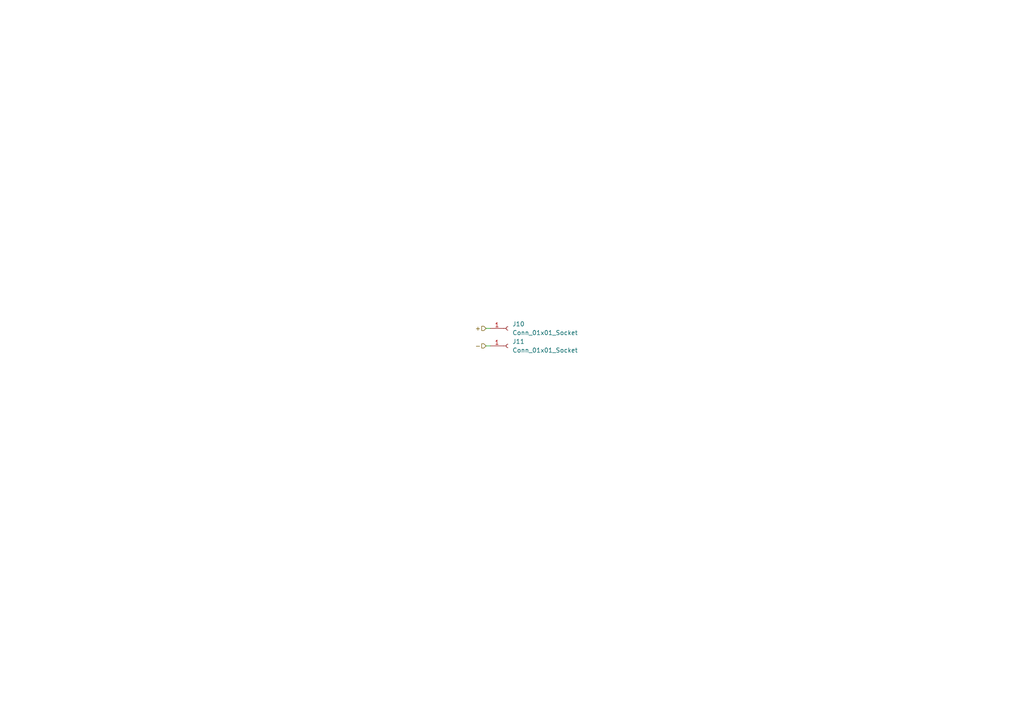
<source format=kicad_sch>
(kicad_sch (version 20250114) (generator "eeschema") (generator_version "9.0")
  (paper "A4")
  (lib_symbols
    (symbol "Connector:Conn_01x01_Socket" (pin_names (offset 1.016) (hide yes))
      (property "Reference" "J" (at 0 2.54 0))
      (property "Value" "Conn_01x01_Socket" (at 0 -2.54 0))
      (symbol "Conn_01x01_Socket_1_1"
        (polyline (pts (xy -1.27 0) (xy -0.508 0)) (stroke (width 0.1524)))
        (arc (start 0 -0.508) (mid -0.5058 0) (end 0 0.508) (stroke (width 0.1524)))
        (pin passive line (at -5.08 0 0) (length 3.81) (name "Pin_1") (number "1"))
      )
    )
  )
  (wire (pts (xy 140.97 95.25) (xy 142.24 95.25)))
  (wire (pts (xy 140.97 100.33) (xy 142.24 100.33)))
  (hierarchical_label "-" (shape input) (at 140.97 100.33 180))
  (hierarchical_label "+" (shape input) (at 140.97 95.25 180))
  (symbol (lib_id "Connector:Conn_01x01_Socket") (at 147.32 95.25 0) (unit 1)
    (property "Reference" "J10" (at 148.59 93.9799 0) (effects (justify left)))
    (property "Value" "Conn_01x01_Socket" (at 148.59 96.5199 0) (effects (justify left)))
    (property "Footprint" "Connector_PinSocket_2.54mm:PinSocket_1x01_P2.54mm_Vertical" (effects (hide yes)))
    (property "Description" "Generic connector, single row, 01x01, script generated" (effects (hide yes)))
    (instances (project "NDE" (path "" (reference "J10") (unit 1)) (path "" (reference "J12") (unit 1))))
  )
  (symbol (lib_id "Connector:Conn_01x01_Socket") (at 147.32 100.33 0) (unit 1)
    (property "Reference" "J11" (at 148.59 99.0599 0) (effects (justify left)))
    (property "Value" "Conn_01x01_Socket" (at 148.59 101.5999 0) (effects (justify left)))
    (property "Footprint" "Connector_PinSocket_2.54mm:PinSocket_1x01_P2.54mm_Vertical" (effects (hide yes)))
    (property "Description" "Generic connector, single row, 01x01, script generated" (effects (hide yes)))
    (instances (project "NDE" (path "" (reference "J11") (unit 1)) (path "" (reference "J13") (unit 1))))
  )
)
</source>
